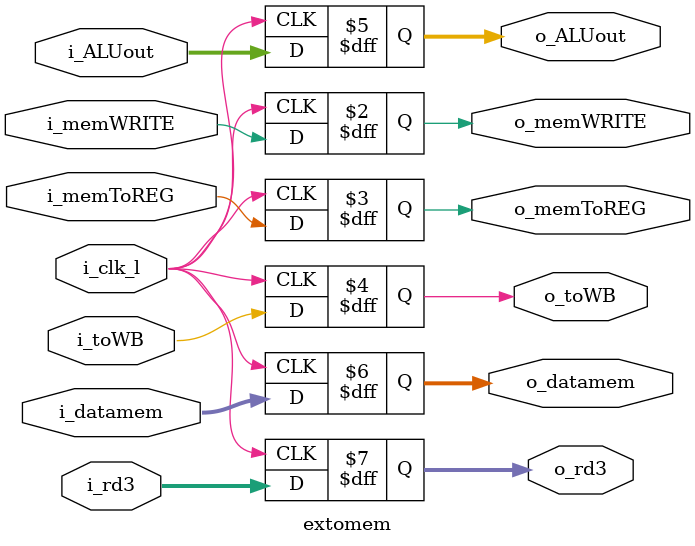
<source format=v>
module  extomem(i_clk_l, i_toWB, i_memWRITE, i_memToREG, i_ALUout, i_datamem, i_rd3, o_memWRITE, o_memToREG, o_toWB, o_ALUout, o_datamem, o_rd3);

input i_clk_l, i_toWB, i_memWRITE, i_memToREG;
input [31:0] i_ALUout, i_datamem;
input [4:0] i_rd3;

output reg o_memWRITE, o_memToREG, o_toWB;
output reg [31:0] o_ALUout, o_datamem;
output reg [4:0] o_rd3;

always@(posedge i_clk_l) begin

    o_memWRITE = i_memWRITE;
    o_memToREG = i_memToREG;
    o_toWB = i_toWB;
    o_ALUout = i_ALUout;
    o_datamem = i_datamem;
    o_rd3 = i_rd3;

end
endmodule
</source>
